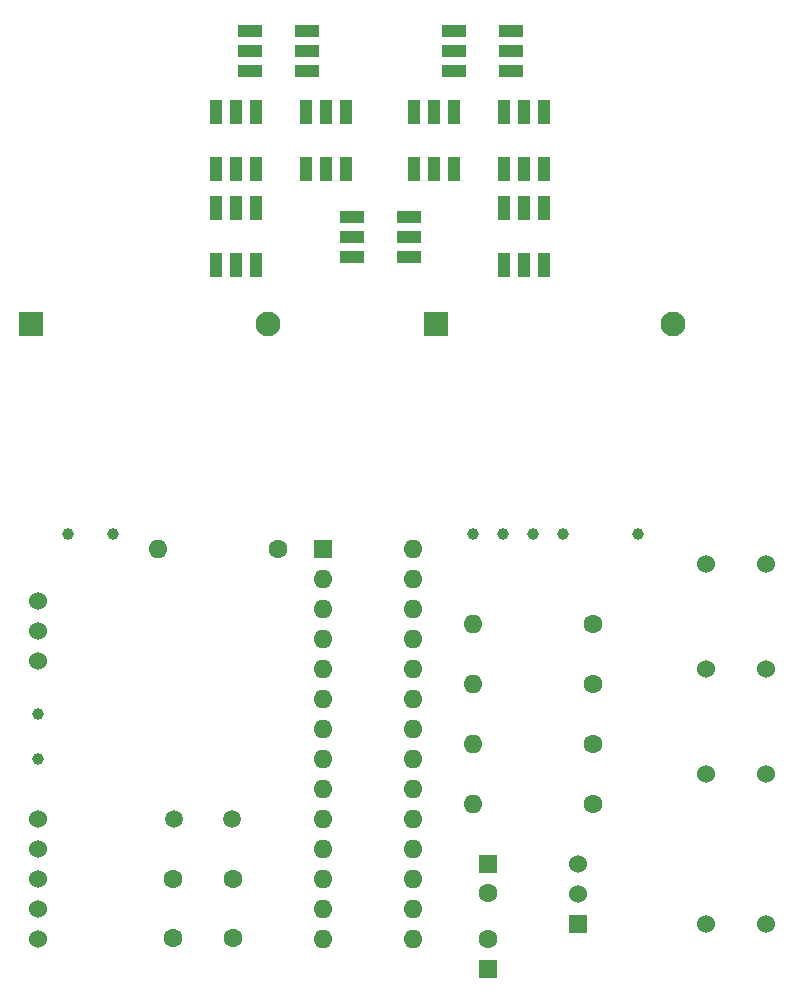
<source format=gbr>
%TF.GenerationSoftware,KiCad,Pcbnew,(6.0.7)*%
%TF.CreationDate,2022-08-10T19:12:11+02:00*%
%TF.ProjectId,MAKE_PCB,4d414b45-5f50-4434-922e-6b696361645f,rev?*%
%TF.SameCoordinates,Original*%
%TF.FileFunction,Soldermask,Top*%
%TF.FilePolarity,Negative*%
%FSLAX46Y46*%
G04 Gerber Fmt 4.6, Leading zero omitted, Abs format (unit mm)*
G04 Created by KiCad (PCBNEW (6.0.7)) date 2022-08-10 19:12:11*
%MOMM*%
%LPD*%
G01*
G04 APERTURE LIST*
%ADD10C,1.000000*%
%ADD11C,2.100000*%
%ADD12R,2.100000X2.100000*%
%ADD13R,1.100000X2.000000*%
%ADD14R,2.000000X1.100000*%
%ADD15R,1.524000X1.524000*%
%ADD16C,1.524000*%
%ADD17C,1.600000*%
%ADD18R,1.600000X1.600000*%
%ADD19O,1.600000X1.600000*%
%ADD20C,1.500000*%
G04 APERTURE END LIST*
D10*
%TO.C,5V*%
X30480000Y-167640000D03*
%TD*%
%TO.C,Fancy*%
X74930000Y-148590000D03*
%TD*%
%TO.C,GND*%
X81280000Y-148590000D03*
%TD*%
%TO.C,B*%
X72390000Y-148590000D03*
%TD*%
%TO.C,R*%
X67310000Y-148590000D03*
%TD*%
%TO.C,DI*%
X36830000Y-148590000D03*
%TD*%
%TO.C,CI*%
X33020000Y-148590000D03*
%TD*%
%TO.C,G*%
X69850000Y-148590000D03*
%TD*%
%TO.C,6V*%
X30480000Y-163830000D03*
%TD*%
D11*
%TO.C,CR2450_2*%
X49890914Y-130810000D03*
D12*
X29890914Y-130810000D03*
%TD*%
D13*
%TO.C,D9*%
X73328000Y-121044000D03*
X71628000Y-121044000D03*
X69928000Y-121044000D03*
X69928000Y-125844000D03*
X71628000Y-125844000D03*
X73328000Y-125844000D03*
%TD*%
%TO.C,D8*%
X73328000Y-112916000D03*
X71628000Y-112916000D03*
X69928000Y-112916000D03*
X69928000Y-117716000D03*
X71628000Y-117716000D03*
X73328000Y-117716000D03*
%TD*%
D14*
%TO.C,D7*%
X70472000Y-105996000D03*
X70472000Y-107696000D03*
X70472000Y-109396000D03*
X65672000Y-109396000D03*
X65672000Y-107696000D03*
X65672000Y-105996000D03*
%TD*%
D13*
%TO.C,D6*%
X62308000Y-117716000D03*
X64008000Y-117716000D03*
X65708000Y-117716000D03*
X65708000Y-112916000D03*
X64008000Y-112916000D03*
X62308000Y-112916000D03*
%TD*%
%TO.C,D2*%
X45544000Y-112916000D03*
X47244000Y-112916000D03*
X48944000Y-112916000D03*
X48944000Y-117716000D03*
X47244000Y-117716000D03*
X45544000Y-117716000D03*
%TD*%
D15*
%TO.C,L7805CV1*%
X76200000Y-181610000D03*
D16*
X76200000Y-179070000D03*
X76200000Y-176530000D03*
%TD*%
D14*
%TO.C,D3*%
X53200000Y-105996000D03*
X53200000Y-107696000D03*
X53200000Y-109396000D03*
X48400000Y-109396000D03*
X48400000Y-107696000D03*
X48400000Y-105996000D03*
%TD*%
D17*
%TO.C,C3*%
X46990000Y-177840000D03*
X46990000Y-182840000D03*
%TD*%
%TO.C,C4*%
X41910000Y-177840000D03*
X41910000Y-182840000D03*
%TD*%
D13*
%TO.C,D1*%
X45544000Y-121044000D03*
X47244000Y-121044000D03*
X48944000Y-121044000D03*
X48944000Y-125844000D03*
X47244000Y-125844000D03*
X45544000Y-125844000D03*
%TD*%
D16*
%TO.C,Button1*%
X86995000Y-151130000D03*
X92075000Y-151130000D03*
%TD*%
%TO.C,ProgramingPins*%
X30480000Y-182880000D03*
X30480000Y-180340000D03*
X30480000Y-177800000D03*
X30480000Y-175260000D03*
X30480000Y-172720000D03*
%TD*%
D18*
%TO.C,C2*%
X68580000Y-176530000D03*
D17*
X68580000Y-179030000D03*
%TD*%
D16*
%TO.C,POWER*%
X30480000Y-154305000D03*
X30480000Y-156845000D03*
X30480000Y-159385000D03*
%TD*%
D17*
%TO.C,R2*%
X77470000Y-161290000D03*
D19*
X67310000Y-161290000D03*
%TD*%
D18*
%TO.C,ATmega-XXXX-X*%
X54620000Y-149870000D03*
D19*
X54620000Y-152410000D03*
X54620000Y-154950000D03*
X54620000Y-157490000D03*
X54620000Y-160030000D03*
X54620000Y-162570000D03*
X54620000Y-165110000D03*
X54620000Y-167650000D03*
X54620000Y-170190000D03*
X54620000Y-172730000D03*
X54620000Y-175270000D03*
X54620000Y-177810000D03*
X54620000Y-180350000D03*
X54620000Y-182890000D03*
X62240000Y-182890000D03*
X62240000Y-180350000D03*
X62240000Y-177810000D03*
X62240000Y-175270000D03*
X62240000Y-172730000D03*
X62240000Y-170190000D03*
X62240000Y-167650000D03*
X62240000Y-165110000D03*
X62240000Y-162570000D03*
X62240000Y-160030000D03*
X62240000Y-157490000D03*
X62240000Y-154950000D03*
X62240000Y-152410000D03*
X62240000Y-149870000D03*
%TD*%
D14*
%TO.C,D5*%
X57036000Y-121744000D03*
X57036000Y-123444000D03*
X57036000Y-125144000D03*
X61836000Y-125144000D03*
X61836000Y-123444000D03*
X61836000Y-121744000D03*
%TD*%
D16*
%TO.C,Button4*%
X86995000Y-181610000D03*
X92075000Y-181610000D03*
%TD*%
D17*
%TO.C,R5*%
X50800000Y-149860000D03*
D19*
X40640000Y-149860000D03*
%TD*%
D17*
%TO.C,R1*%
X77470000Y-156210000D03*
D19*
X67310000Y-156210000D03*
%TD*%
D16*
%TO.C,Button2*%
X86995000Y-160020000D03*
X92075000Y-160020000D03*
%TD*%
D20*
%TO.C,Crystal*%
X42000000Y-172720000D03*
X46880000Y-172720000D03*
%TD*%
D16*
%TO.C,Button3*%
X86995000Y-168910000D03*
X92075000Y-168910000D03*
%TD*%
D17*
%TO.C,R4*%
X77470000Y-171450000D03*
D19*
X67310000Y-171450000D03*
%TD*%
D13*
%TO.C,D4*%
X56564000Y-112916000D03*
X54864000Y-112916000D03*
X53164000Y-112916000D03*
X53164000Y-117716000D03*
X54864000Y-117716000D03*
X56564000Y-117716000D03*
%TD*%
D18*
%TO.C,C1*%
X68580000Y-185420000D03*
D17*
X68580000Y-182920000D03*
%TD*%
%TO.C,R3*%
X77470000Y-166370000D03*
D19*
X67310000Y-166370000D03*
%TD*%
D12*
%TO.C,CR2450_1*%
X64180914Y-130810000D03*
D11*
X84180914Y-130810000D03*
%TD*%
M02*

</source>
